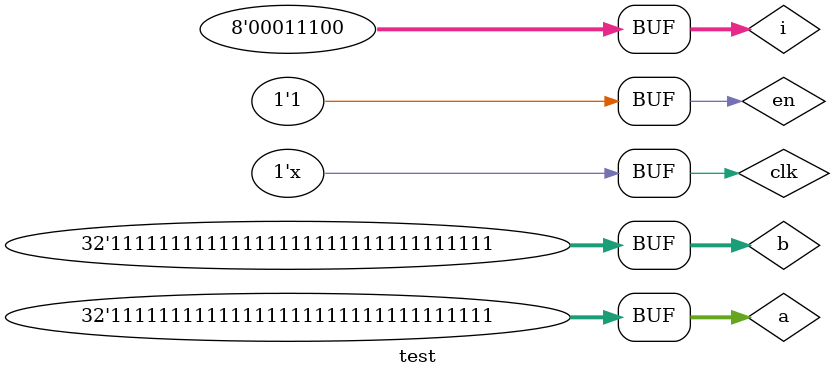
<source format=v>
`timescale 1ns / 1ps


module test;

reg [31:0] a;
reg [31:0] b;
wire [31:0] adder_out;
wire [63:0] mul_out;
wire [63:0] mac_out;
reg en;
reg clk = 0;
wire over;
reg [7:0] i;

my_add adder(.ain(a), .bin(b), .dout(adder_out), .overflow(over));
my_mul multiplier(.ain(a), .bin(b), .dout(mul_out));
my_mac mul_acu(.ain(a), .bin(b), .en(en), .clk(clk), .dout(mac_out));

always begin
    #10;
    clk <= ~clk;
end

initial begin
    a = 3;
    b = 1;
    en = 0;
    #20;
    
    a=4;
    b=2;
    en = 1;
    #20;
    
    a=3;
    b=21;
    #20;
    
    for(i=0; i<28; i = i+1) begin
        a = a + i;
        b = b + i;
        #20;
    end
    
    a = 32'hffffffff;
    b = 32'hffffffff;
    
   end

endmodule

</source>
